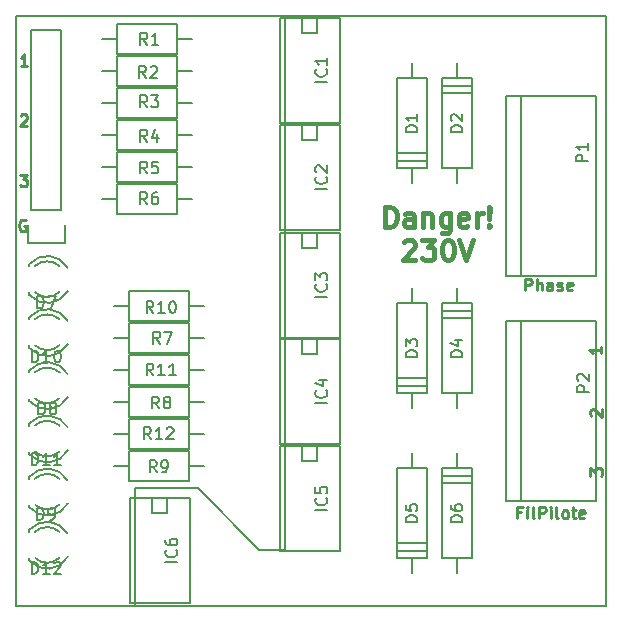
<source format=gto>
G04 #@! TF.FileFunction,Legend,Top*
%FSLAX46Y46*%
G04 Gerber Fmt 4.6, Leading zero omitted, Abs format (unit mm)*
G04 Created by KiCad (PCBNEW (2015-09-12 BZR 6188)-product) date sam. 10 oct. 2015 11:50:57 CEST*
%MOMM*%
G01*
G04 APERTURE LIST*
%ADD10C,0.800000*%
%ADD11C,0.200000*%
%ADD12C,0.250000*%
%ADD13C,0.425000*%
%ADD14C,0.150000*%
G04 APERTURE END LIST*
D10*
D11*
X37500000Y-63900000D02*
X37500000Y-73800000D01*
X42800000Y-63900000D02*
X37500000Y-63900000D01*
X48000000Y-69100000D02*
X42800000Y-63900000D01*
X50200000Y-69100000D02*
X48000000Y-69100000D01*
X50200000Y-24000000D02*
X50200000Y-69100000D01*
D12*
X28261905Y-41200000D02*
X28166667Y-41152381D01*
X28023810Y-41152381D01*
X27880952Y-41200000D01*
X27785714Y-41295238D01*
X27738095Y-41390476D01*
X27690476Y-41580952D01*
X27690476Y-41723810D01*
X27738095Y-41914286D01*
X27785714Y-42009524D01*
X27880952Y-42104762D01*
X28023810Y-42152381D01*
X28119048Y-42152381D01*
X28261905Y-42104762D01*
X28309524Y-42057143D01*
X28309524Y-41723810D01*
X28119048Y-41723810D01*
D13*
X58688096Y-41766548D02*
X58688096Y-40066548D01*
X59092858Y-40066548D01*
X59335715Y-40147500D01*
X59497620Y-40309405D01*
X59578572Y-40471310D01*
X59659524Y-40795119D01*
X59659524Y-41037976D01*
X59578572Y-41361786D01*
X59497620Y-41523690D01*
X59335715Y-41685595D01*
X59092858Y-41766548D01*
X58688096Y-41766548D01*
X61116667Y-41766548D02*
X61116667Y-40876071D01*
X61035715Y-40714167D01*
X60873810Y-40633214D01*
X60550001Y-40633214D01*
X60388096Y-40714167D01*
X61116667Y-41685595D02*
X60954763Y-41766548D01*
X60550001Y-41766548D01*
X60388096Y-41685595D01*
X60307144Y-41523690D01*
X60307144Y-41361786D01*
X60388096Y-41199881D01*
X60550001Y-41118929D01*
X60954763Y-41118929D01*
X61116667Y-41037976D01*
X61926191Y-40633214D02*
X61926191Y-41766548D01*
X61926191Y-40795119D02*
X62007143Y-40714167D01*
X62169048Y-40633214D01*
X62411905Y-40633214D01*
X62573810Y-40714167D01*
X62654762Y-40876071D01*
X62654762Y-41766548D01*
X64192857Y-40633214D02*
X64192857Y-42009405D01*
X64111905Y-42171310D01*
X64030953Y-42252262D01*
X63869048Y-42333214D01*
X63626191Y-42333214D01*
X63464286Y-42252262D01*
X64192857Y-41685595D02*
X64030953Y-41766548D01*
X63707143Y-41766548D01*
X63545238Y-41685595D01*
X63464286Y-41604643D01*
X63383334Y-41442738D01*
X63383334Y-40957024D01*
X63464286Y-40795119D01*
X63545238Y-40714167D01*
X63707143Y-40633214D01*
X64030953Y-40633214D01*
X64192857Y-40714167D01*
X65650000Y-41685595D02*
X65488095Y-41766548D01*
X65164286Y-41766548D01*
X65002381Y-41685595D01*
X64921429Y-41523690D01*
X64921429Y-40876071D01*
X65002381Y-40714167D01*
X65164286Y-40633214D01*
X65488095Y-40633214D01*
X65650000Y-40714167D01*
X65730952Y-40876071D01*
X65730952Y-41037976D01*
X64921429Y-41199881D01*
X66459524Y-41766548D02*
X66459524Y-40633214D01*
X66459524Y-40957024D02*
X66540476Y-40795119D01*
X66621429Y-40714167D01*
X66783333Y-40633214D01*
X66945238Y-40633214D01*
X67511905Y-41604643D02*
X67592857Y-41685595D01*
X67511905Y-41766548D01*
X67430953Y-41685595D01*
X67511905Y-41604643D01*
X67511905Y-41766548D01*
X67511905Y-41118929D02*
X67430953Y-40147500D01*
X67511905Y-40066548D01*
X67592857Y-40147500D01*
X67511905Y-41118929D01*
X67511905Y-40066548D01*
X60266667Y-43033452D02*
X60347619Y-42952500D01*
X60509524Y-42871548D01*
X60914286Y-42871548D01*
X61076190Y-42952500D01*
X61157143Y-43033452D01*
X61238095Y-43195357D01*
X61238095Y-43357262D01*
X61157143Y-43600119D01*
X60185714Y-44571548D01*
X61238095Y-44571548D01*
X61804762Y-42871548D02*
X62857143Y-42871548D01*
X62290476Y-43519167D01*
X62533334Y-43519167D01*
X62695238Y-43600119D01*
X62776191Y-43681071D01*
X62857143Y-43842976D01*
X62857143Y-44247738D01*
X62776191Y-44409643D01*
X62695238Y-44490595D01*
X62533334Y-44571548D01*
X62047619Y-44571548D01*
X61885715Y-44490595D01*
X61804762Y-44409643D01*
X63909524Y-42871548D02*
X64071429Y-42871548D01*
X64233334Y-42952500D01*
X64314286Y-43033452D01*
X64395239Y-43195357D01*
X64476191Y-43519167D01*
X64476191Y-43923929D01*
X64395239Y-44247738D01*
X64314286Y-44409643D01*
X64233334Y-44490595D01*
X64071429Y-44571548D01*
X63909524Y-44571548D01*
X63747620Y-44490595D01*
X63666667Y-44409643D01*
X63585715Y-44247738D01*
X63504763Y-43923929D01*
X63504763Y-43519167D01*
X63585715Y-43195357D01*
X63666667Y-43033452D01*
X63747620Y-42952500D01*
X63909524Y-42871548D01*
X64961906Y-42871548D02*
X65528572Y-44571548D01*
X66095239Y-42871548D01*
D12*
X70176191Y-65928571D02*
X69842857Y-65928571D01*
X69842857Y-66452381D02*
X69842857Y-65452381D01*
X70319048Y-65452381D01*
X70700000Y-66452381D02*
X70700000Y-65785714D01*
X70700000Y-65452381D02*
X70652381Y-65500000D01*
X70700000Y-65547619D01*
X70747619Y-65500000D01*
X70700000Y-65452381D01*
X70700000Y-65547619D01*
X71319047Y-66452381D02*
X71223809Y-66404762D01*
X71176190Y-66309524D01*
X71176190Y-65452381D01*
X71700000Y-66452381D02*
X71700000Y-65452381D01*
X72080953Y-65452381D01*
X72176191Y-65500000D01*
X72223810Y-65547619D01*
X72271429Y-65642857D01*
X72271429Y-65785714D01*
X72223810Y-65880952D01*
X72176191Y-65928571D01*
X72080953Y-65976190D01*
X71700000Y-65976190D01*
X72700000Y-66452381D02*
X72700000Y-65785714D01*
X72700000Y-65452381D02*
X72652381Y-65500000D01*
X72700000Y-65547619D01*
X72747619Y-65500000D01*
X72700000Y-65452381D01*
X72700000Y-65547619D01*
X73319047Y-66452381D02*
X73223809Y-66404762D01*
X73176190Y-66309524D01*
X73176190Y-65452381D01*
X73842857Y-66452381D02*
X73747619Y-66404762D01*
X73700000Y-66357143D01*
X73652381Y-66261905D01*
X73652381Y-65976190D01*
X73700000Y-65880952D01*
X73747619Y-65833333D01*
X73842857Y-65785714D01*
X73985715Y-65785714D01*
X74080953Y-65833333D01*
X74128572Y-65880952D01*
X74176191Y-65976190D01*
X74176191Y-66261905D01*
X74128572Y-66357143D01*
X74080953Y-66404762D01*
X73985715Y-66452381D01*
X73842857Y-66452381D01*
X74461905Y-65785714D02*
X74842857Y-65785714D01*
X74604762Y-65452381D02*
X74604762Y-66309524D01*
X74652381Y-66404762D01*
X74747619Y-66452381D01*
X74842857Y-66452381D01*
X75557144Y-66404762D02*
X75461906Y-66452381D01*
X75271429Y-66452381D01*
X75176191Y-66404762D01*
X75128572Y-66309524D01*
X75128572Y-65928571D01*
X75176191Y-65833333D01*
X75271429Y-65785714D01*
X75461906Y-65785714D01*
X75557144Y-65833333D01*
X75604763Y-65928571D01*
X75604763Y-66023810D01*
X75128572Y-66119048D01*
X76052381Y-62833333D02*
X76052381Y-62214285D01*
X76433333Y-62547619D01*
X76433333Y-62404761D01*
X76480952Y-62309523D01*
X76528571Y-62261904D01*
X76623810Y-62214285D01*
X76861905Y-62214285D01*
X76957143Y-62261904D01*
X77004762Y-62309523D01*
X77052381Y-62404761D01*
X77052381Y-62690476D01*
X77004762Y-62785714D01*
X76957143Y-62833333D01*
X76147619Y-57785714D02*
X76100000Y-57738095D01*
X76052381Y-57642857D01*
X76052381Y-57404761D01*
X76100000Y-57309523D01*
X76147619Y-57261904D01*
X76242857Y-57214285D01*
X76338095Y-57214285D01*
X76480952Y-57261904D01*
X77052381Y-57833333D01*
X77052381Y-57214285D01*
X76952381Y-51914285D02*
X76952381Y-52485714D01*
X76952381Y-52200000D02*
X75952381Y-52200000D01*
X76095238Y-52295238D01*
X76190476Y-52390476D01*
X76238095Y-52485714D01*
X70500000Y-47152381D02*
X70500000Y-46152381D01*
X70880953Y-46152381D01*
X70976191Y-46200000D01*
X71023810Y-46247619D01*
X71071429Y-46342857D01*
X71071429Y-46485714D01*
X71023810Y-46580952D01*
X70976191Y-46628571D01*
X70880953Y-46676190D01*
X70500000Y-46676190D01*
X71500000Y-47152381D02*
X71500000Y-46152381D01*
X71928572Y-47152381D02*
X71928572Y-46628571D01*
X71880953Y-46533333D01*
X71785715Y-46485714D01*
X71642857Y-46485714D01*
X71547619Y-46533333D01*
X71500000Y-46580952D01*
X72833334Y-47152381D02*
X72833334Y-46628571D01*
X72785715Y-46533333D01*
X72690477Y-46485714D01*
X72500000Y-46485714D01*
X72404762Y-46533333D01*
X72833334Y-47104762D02*
X72738096Y-47152381D01*
X72500000Y-47152381D01*
X72404762Y-47104762D01*
X72357143Y-47009524D01*
X72357143Y-46914286D01*
X72404762Y-46819048D01*
X72500000Y-46771429D01*
X72738096Y-46771429D01*
X72833334Y-46723810D01*
X73261905Y-47104762D02*
X73357143Y-47152381D01*
X73547619Y-47152381D01*
X73642858Y-47104762D01*
X73690477Y-47009524D01*
X73690477Y-46961905D01*
X73642858Y-46866667D01*
X73547619Y-46819048D01*
X73404762Y-46819048D01*
X73309524Y-46771429D01*
X73261905Y-46676190D01*
X73261905Y-46628571D01*
X73309524Y-46533333D01*
X73404762Y-46485714D01*
X73547619Y-46485714D01*
X73642858Y-46533333D01*
X74500001Y-47104762D02*
X74404763Y-47152381D01*
X74214286Y-47152381D01*
X74119048Y-47104762D01*
X74071429Y-47009524D01*
X74071429Y-46628571D01*
X74119048Y-46533333D01*
X74214286Y-46485714D01*
X74404763Y-46485714D01*
X74500001Y-46533333D01*
X74547620Y-46628571D01*
X74547620Y-46723810D01*
X74071429Y-46819048D01*
X27766667Y-37352381D02*
X28385715Y-37352381D01*
X28052381Y-37733333D01*
X28195239Y-37733333D01*
X28290477Y-37780952D01*
X28338096Y-37828571D01*
X28385715Y-37923810D01*
X28385715Y-38161905D01*
X28338096Y-38257143D01*
X28290477Y-38304762D01*
X28195239Y-38352381D01*
X27909524Y-38352381D01*
X27814286Y-38304762D01*
X27766667Y-38257143D01*
X27814286Y-32347619D02*
X27861905Y-32300000D01*
X27957143Y-32252381D01*
X28195239Y-32252381D01*
X28290477Y-32300000D01*
X28338096Y-32347619D01*
X28385715Y-32442857D01*
X28385715Y-32538095D01*
X28338096Y-32680952D01*
X27766667Y-33252381D01*
X28385715Y-33252381D01*
X28385715Y-28152381D02*
X27814286Y-28152381D01*
X28100000Y-28152381D02*
X28100000Y-27152381D01*
X28004762Y-27295238D01*
X27909524Y-27390476D01*
X27814286Y-27438095D01*
D14*
X27400000Y-23900000D02*
X77400000Y-23900000D01*
X27400000Y-73900000D02*
X27400000Y-23900000D01*
X77400000Y-73900000D02*
X27400000Y-73900000D01*
X77400000Y-23900000D02*
X77400000Y-73900000D01*
X54840000Y-24055000D02*
X54840000Y-32945000D01*
X54840000Y-32945000D02*
X49760000Y-32945000D01*
X49760000Y-32945000D02*
X49760000Y-24055000D01*
X49760000Y-24055000D02*
X54840000Y-24055000D01*
X52935000Y-24055000D02*
X52935000Y-25325000D01*
X52935000Y-25325000D02*
X51665000Y-25325000D01*
X51665000Y-25325000D02*
X51665000Y-24055000D01*
X54840000Y-33155000D02*
X54840000Y-42045000D01*
X54840000Y-42045000D02*
X49760000Y-42045000D01*
X49760000Y-42045000D02*
X49760000Y-33155000D01*
X49760000Y-33155000D02*
X54840000Y-33155000D01*
X52935000Y-33155000D02*
X52935000Y-34425000D01*
X52935000Y-34425000D02*
X51665000Y-34425000D01*
X51665000Y-34425000D02*
X51665000Y-33155000D01*
X54840000Y-42255000D02*
X54840000Y-51145000D01*
X54840000Y-51145000D02*
X49760000Y-51145000D01*
X49760000Y-51145000D02*
X49760000Y-42255000D01*
X49760000Y-42255000D02*
X54840000Y-42255000D01*
X52935000Y-42255000D02*
X52935000Y-43525000D01*
X52935000Y-43525000D02*
X51665000Y-43525000D01*
X51665000Y-43525000D02*
X51665000Y-42255000D01*
X54840000Y-51255000D02*
X54840000Y-60145000D01*
X54840000Y-60145000D02*
X49760000Y-60145000D01*
X49760000Y-60145000D02*
X49760000Y-51255000D01*
X49760000Y-51255000D02*
X54840000Y-51255000D01*
X52935000Y-51255000D02*
X52935000Y-52525000D01*
X52935000Y-52525000D02*
X51665000Y-52525000D01*
X51665000Y-52525000D02*
X51665000Y-51255000D01*
X54840000Y-60355000D02*
X54840000Y-69245000D01*
X54840000Y-69245000D02*
X49760000Y-69245000D01*
X49760000Y-69245000D02*
X49760000Y-60355000D01*
X49760000Y-60355000D02*
X54840000Y-60355000D01*
X52935000Y-60355000D02*
X52935000Y-61625000D01*
X52935000Y-61625000D02*
X51665000Y-61625000D01*
X51665000Y-61625000D02*
X51665000Y-60355000D01*
X42140000Y-64755000D02*
X42140000Y-73645000D01*
X42140000Y-73645000D02*
X37060000Y-73645000D01*
X37060000Y-73645000D02*
X37060000Y-64755000D01*
X37060000Y-64755000D02*
X42140000Y-64755000D01*
X40235000Y-64755000D02*
X40235000Y-66025000D01*
X40235000Y-66025000D02*
X38965000Y-66025000D01*
X38965000Y-66025000D02*
X38965000Y-64755000D01*
X28561000Y-47514000D02*
X28561000Y-47314000D01*
X28561000Y-44920000D02*
X28561000Y-45100000D01*
X31788744Y-45230357D02*
G75*
G03X28561000Y-44914000I-1727744J-1003643D01*
G01*
X31113006Y-45100932D02*
G75*
G03X29010000Y-45100000I-1052006J-1133068D01*
G01*
X28573780Y-47540726D02*
G75*
G03X31811000Y-47194000I1497220J1306726D01*
G01*
X29047111Y-47313253D02*
G75*
G03X31095000Y-47294000I1013889J1079253D01*
G01*
X28561000Y-56514000D02*
X28561000Y-56314000D01*
X28561000Y-53920000D02*
X28561000Y-54100000D01*
X31788744Y-54230357D02*
G75*
G03X28561000Y-53914000I-1727744J-1003643D01*
G01*
X31113006Y-54100932D02*
G75*
G03X29010000Y-54100000I-1052006J-1133068D01*
G01*
X28573780Y-56540726D02*
G75*
G03X31811000Y-56194000I1497220J1306726D01*
G01*
X29047111Y-56313253D02*
G75*
G03X31095000Y-56294000I1013889J1079253D01*
G01*
X28561000Y-65514000D02*
X28561000Y-65314000D01*
X28561000Y-62920000D02*
X28561000Y-63100000D01*
X31788744Y-63230357D02*
G75*
G03X28561000Y-62914000I-1727744J-1003643D01*
G01*
X31113006Y-63100932D02*
G75*
G03X29010000Y-63100000I-1052006J-1133068D01*
G01*
X28573780Y-65540726D02*
G75*
G03X31811000Y-65194000I1497220J1306726D01*
G01*
X29047111Y-65313253D02*
G75*
G03X31095000Y-65294000I1013889J1079253D01*
G01*
X28561000Y-52014000D02*
X28561000Y-51814000D01*
X28561000Y-49420000D02*
X28561000Y-49600000D01*
X31788744Y-49730357D02*
G75*
G03X28561000Y-49414000I-1727744J-1003643D01*
G01*
X31113006Y-49600932D02*
G75*
G03X29010000Y-49600000I-1052006J-1133068D01*
G01*
X28573780Y-52040726D02*
G75*
G03X31811000Y-51694000I1497220J1306726D01*
G01*
X29047111Y-51813253D02*
G75*
G03X31095000Y-51794000I1013889J1079253D01*
G01*
X28561000Y-61014000D02*
X28561000Y-60814000D01*
X28561000Y-58420000D02*
X28561000Y-58600000D01*
X31788744Y-58730357D02*
G75*
G03X28561000Y-58414000I-1727744J-1003643D01*
G01*
X31113006Y-58600932D02*
G75*
G03X29010000Y-58600000I-1052006J-1133068D01*
G01*
X28573780Y-61040726D02*
G75*
G03X31811000Y-60694000I1497220J1306726D01*
G01*
X29047111Y-60813253D02*
G75*
G03X31095000Y-60794000I1013889J1079253D01*
G01*
X28561000Y-70014000D02*
X28561000Y-69814000D01*
X28561000Y-67420000D02*
X28561000Y-67600000D01*
X31788744Y-67730357D02*
G75*
G03X28561000Y-67414000I-1727744J-1003643D01*
G01*
X31113006Y-67600932D02*
G75*
G03X29010000Y-67600000I-1052006J-1133068D01*
G01*
X28573780Y-70040726D02*
G75*
G03X31811000Y-69694000I1497220J1306726D01*
G01*
X29047111Y-69813253D02*
G75*
G03X31095000Y-69794000I1013889J1079253D01*
G01*
X68890000Y-49780000D02*
X76510000Y-49780000D01*
X68890000Y-65020000D02*
X76510000Y-65020000D01*
X70160000Y-49780000D02*
X70160000Y-65020000D01*
X76510000Y-49780000D02*
X76510000Y-65020000D01*
X68890000Y-49780000D02*
X68890000Y-65020000D01*
X28730000Y-40330000D02*
X28730000Y-25090000D01*
X28730000Y-25090000D02*
X31270000Y-25090000D01*
X31270000Y-25090000D02*
X31270000Y-40330000D01*
X28450000Y-43150000D02*
X28450000Y-41600000D01*
X28730000Y-40330000D02*
X31270000Y-40330000D01*
X31550000Y-41600000D02*
X31550000Y-43150000D01*
X31550000Y-43150000D02*
X28450000Y-43150000D01*
X41040000Y-27170000D02*
X35960000Y-27170000D01*
X35960000Y-27170000D02*
X35960000Y-24630000D01*
X35960000Y-24630000D02*
X41040000Y-24630000D01*
X41040000Y-24630000D02*
X41040000Y-27170000D01*
X41040000Y-25900000D02*
X42310000Y-25900000D01*
X35960000Y-25900000D02*
X34690000Y-25900000D01*
X41040000Y-29870000D02*
X35960000Y-29870000D01*
X35960000Y-29870000D02*
X35960000Y-27330000D01*
X35960000Y-27330000D02*
X41040000Y-27330000D01*
X41040000Y-27330000D02*
X41040000Y-29870000D01*
X41040000Y-28600000D02*
X42310000Y-28600000D01*
X35960000Y-28600000D02*
X34690000Y-28600000D01*
X41040000Y-32570000D02*
X35960000Y-32570000D01*
X35960000Y-32570000D02*
X35960000Y-30030000D01*
X35960000Y-30030000D02*
X41040000Y-30030000D01*
X41040000Y-30030000D02*
X41040000Y-32570000D01*
X41040000Y-31300000D02*
X42310000Y-31300000D01*
X35960000Y-31300000D02*
X34690000Y-31300000D01*
X41040000Y-35270000D02*
X35960000Y-35270000D01*
X35960000Y-35270000D02*
X35960000Y-32730000D01*
X35960000Y-32730000D02*
X41040000Y-32730000D01*
X41040000Y-32730000D02*
X41040000Y-35270000D01*
X41040000Y-34000000D02*
X42310000Y-34000000D01*
X35960000Y-34000000D02*
X34690000Y-34000000D01*
X41040000Y-37970000D02*
X35960000Y-37970000D01*
X35960000Y-37970000D02*
X35960000Y-35430000D01*
X35960000Y-35430000D02*
X41040000Y-35430000D01*
X41040000Y-35430000D02*
X41040000Y-37970000D01*
X41040000Y-36700000D02*
X42310000Y-36700000D01*
X35960000Y-36700000D02*
X34690000Y-36700000D01*
X41040000Y-40670000D02*
X35960000Y-40670000D01*
X35960000Y-40670000D02*
X35960000Y-38130000D01*
X35960000Y-38130000D02*
X41040000Y-38130000D01*
X41040000Y-38130000D02*
X41040000Y-40670000D01*
X41040000Y-39400000D02*
X42310000Y-39400000D01*
X35960000Y-39400000D02*
X34690000Y-39400000D01*
X42040000Y-52470000D02*
X36960000Y-52470000D01*
X36960000Y-52470000D02*
X36960000Y-49930000D01*
X36960000Y-49930000D02*
X42040000Y-49930000D01*
X42040000Y-49930000D02*
X42040000Y-52470000D01*
X42040000Y-51200000D02*
X43310000Y-51200000D01*
X36960000Y-51200000D02*
X35690000Y-51200000D01*
X42040000Y-57870000D02*
X36960000Y-57870000D01*
X36960000Y-57870000D02*
X36960000Y-55330000D01*
X36960000Y-55330000D02*
X42040000Y-55330000D01*
X42040000Y-55330000D02*
X42040000Y-57870000D01*
X42040000Y-56600000D02*
X43310000Y-56600000D01*
X36960000Y-56600000D02*
X35690000Y-56600000D01*
X42040000Y-63270000D02*
X36960000Y-63270000D01*
X36960000Y-63270000D02*
X36960000Y-60730000D01*
X36960000Y-60730000D02*
X42040000Y-60730000D01*
X42040000Y-60730000D02*
X42040000Y-63270000D01*
X42040000Y-62000000D02*
X43310000Y-62000000D01*
X36960000Y-62000000D02*
X35690000Y-62000000D01*
X42040000Y-49770000D02*
X36960000Y-49770000D01*
X36960000Y-49770000D02*
X36960000Y-47230000D01*
X36960000Y-47230000D02*
X42040000Y-47230000D01*
X42040000Y-47230000D02*
X42040000Y-49770000D01*
X42040000Y-48500000D02*
X43310000Y-48500000D01*
X36960000Y-48500000D02*
X35690000Y-48500000D01*
X42040000Y-55170000D02*
X36960000Y-55170000D01*
X36960000Y-55170000D02*
X36960000Y-52630000D01*
X36960000Y-52630000D02*
X42040000Y-52630000D01*
X42040000Y-52630000D02*
X42040000Y-55170000D01*
X42040000Y-53900000D02*
X43310000Y-53900000D01*
X36960000Y-53900000D02*
X35690000Y-53900000D01*
X42040000Y-60570000D02*
X36960000Y-60570000D01*
X36960000Y-60570000D02*
X36960000Y-58030000D01*
X36960000Y-58030000D02*
X42040000Y-58030000D01*
X42040000Y-58030000D02*
X42040000Y-60570000D01*
X42040000Y-59300000D02*
X43310000Y-59300000D01*
X36960000Y-59300000D02*
X35690000Y-59300000D01*
X68890000Y-30680000D02*
X76510000Y-30680000D01*
X68890000Y-45920000D02*
X76510000Y-45920000D01*
X70160000Y-30680000D02*
X70160000Y-45920000D01*
X76510000Y-30680000D02*
X76510000Y-45920000D01*
X68890000Y-30680000D02*
X68890000Y-45920000D01*
X62230000Y-29210000D02*
X62230000Y-36830000D01*
X62230000Y-36830000D02*
X59690000Y-36830000D01*
X59690000Y-36830000D02*
X59690000Y-29210000D01*
X59690000Y-29210000D02*
X62230000Y-29210000D01*
X62230000Y-36195000D02*
X59690000Y-36195000D01*
X59690000Y-35560000D02*
X62230000Y-35560000D01*
X60960000Y-29210000D02*
X60960000Y-27940000D01*
X60960000Y-36830000D02*
X60960000Y-38100000D01*
X63500000Y-36830000D02*
X63500000Y-29210000D01*
X63500000Y-29210000D02*
X66040000Y-29210000D01*
X66040000Y-29210000D02*
X66040000Y-36830000D01*
X66040000Y-36830000D02*
X63500000Y-36830000D01*
X63500000Y-29845000D02*
X66040000Y-29845000D01*
X66040000Y-30480000D02*
X63500000Y-30480000D01*
X64770000Y-36830000D02*
X64770000Y-38100000D01*
X64770000Y-29210000D02*
X64770000Y-27940000D01*
X62230000Y-48260000D02*
X62230000Y-55880000D01*
X62230000Y-55880000D02*
X59690000Y-55880000D01*
X59690000Y-55880000D02*
X59690000Y-48260000D01*
X59690000Y-48260000D02*
X62230000Y-48260000D01*
X62230000Y-55245000D02*
X59690000Y-55245000D01*
X59690000Y-54610000D02*
X62230000Y-54610000D01*
X60960000Y-48260000D02*
X60960000Y-46990000D01*
X60960000Y-55880000D02*
X60960000Y-57150000D01*
X63500000Y-55880000D02*
X63500000Y-48260000D01*
X63500000Y-48260000D02*
X66040000Y-48260000D01*
X66040000Y-48260000D02*
X66040000Y-55880000D01*
X66040000Y-55880000D02*
X63500000Y-55880000D01*
X63500000Y-48895000D02*
X66040000Y-48895000D01*
X66040000Y-49530000D02*
X63500000Y-49530000D01*
X64770000Y-55880000D02*
X64770000Y-57150000D01*
X64770000Y-48260000D02*
X64770000Y-46990000D01*
X62230000Y-62230000D02*
X62230000Y-69850000D01*
X62230000Y-69850000D02*
X59690000Y-69850000D01*
X59690000Y-69850000D02*
X59690000Y-62230000D01*
X59690000Y-62230000D02*
X62230000Y-62230000D01*
X62230000Y-69215000D02*
X59690000Y-69215000D01*
X59690000Y-68580000D02*
X62230000Y-68580000D01*
X60960000Y-62230000D02*
X60960000Y-60960000D01*
X60960000Y-69850000D02*
X60960000Y-71120000D01*
X63500000Y-69850000D02*
X63500000Y-62230000D01*
X63500000Y-62230000D02*
X66040000Y-62230000D01*
X66040000Y-62230000D02*
X66040000Y-69850000D01*
X66040000Y-69850000D02*
X63500000Y-69850000D01*
X63500000Y-62865000D02*
X66040000Y-62865000D01*
X66040000Y-63500000D02*
X63500000Y-63500000D01*
X64770000Y-69850000D02*
X64770000Y-71120000D01*
X64770000Y-62230000D02*
X64770000Y-60960000D01*
X53768381Y-29476190D02*
X52768381Y-29476190D01*
X53673143Y-28428571D02*
X53720762Y-28476190D01*
X53768381Y-28619047D01*
X53768381Y-28714285D01*
X53720762Y-28857143D01*
X53625524Y-28952381D01*
X53530286Y-29000000D01*
X53339810Y-29047619D01*
X53196952Y-29047619D01*
X53006476Y-29000000D01*
X52911238Y-28952381D01*
X52816000Y-28857143D01*
X52768381Y-28714285D01*
X52768381Y-28619047D01*
X52816000Y-28476190D01*
X52863619Y-28428571D01*
X53768381Y-27476190D02*
X53768381Y-28047619D01*
X53768381Y-27761905D02*
X52768381Y-27761905D01*
X52911238Y-27857143D01*
X53006476Y-27952381D01*
X53054095Y-28047619D01*
X53768381Y-38576190D02*
X52768381Y-38576190D01*
X53673143Y-37528571D02*
X53720762Y-37576190D01*
X53768381Y-37719047D01*
X53768381Y-37814285D01*
X53720762Y-37957143D01*
X53625524Y-38052381D01*
X53530286Y-38100000D01*
X53339810Y-38147619D01*
X53196952Y-38147619D01*
X53006476Y-38100000D01*
X52911238Y-38052381D01*
X52816000Y-37957143D01*
X52768381Y-37814285D01*
X52768381Y-37719047D01*
X52816000Y-37576190D01*
X52863619Y-37528571D01*
X52863619Y-37147619D02*
X52816000Y-37100000D01*
X52768381Y-37004762D01*
X52768381Y-36766666D01*
X52816000Y-36671428D01*
X52863619Y-36623809D01*
X52958857Y-36576190D01*
X53054095Y-36576190D01*
X53196952Y-36623809D01*
X53768381Y-37195238D01*
X53768381Y-36576190D01*
X53768381Y-47676190D02*
X52768381Y-47676190D01*
X53673143Y-46628571D02*
X53720762Y-46676190D01*
X53768381Y-46819047D01*
X53768381Y-46914285D01*
X53720762Y-47057143D01*
X53625524Y-47152381D01*
X53530286Y-47200000D01*
X53339810Y-47247619D01*
X53196952Y-47247619D01*
X53006476Y-47200000D01*
X52911238Y-47152381D01*
X52816000Y-47057143D01*
X52768381Y-46914285D01*
X52768381Y-46819047D01*
X52816000Y-46676190D01*
X52863619Y-46628571D01*
X52768381Y-46295238D02*
X52768381Y-45676190D01*
X53149333Y-46009524D01*
X53149333Y-45866666D01*
X53196952Y-45771428D01*
X53244571Y-45723809D01*
X53339810Y-45676190D01*
X53577905Y-45676190D01*
X53673143Y-45723809D01*
X53720762Y-45771428D01*
X53768381Y-45866666D01*
X53768381Y-46152381D01*
X53720762Y-46247619D01*
X53673143Y-46295238D01*
X53768381Y-56676190D02*
X52768381Y-56676190D01*
X53673143Y-55628571D02*
X53720762Y-55676190D01*
X53768381Y-55819047D01*
X53768381Y-55914285D01*
X53720762Y-56057143D01*
X53625524Y-56152381D01*
X53530286Y-56200000D01*
X53339810Y-56247619D01*
X53196952Y-56247619D01*
X53006476Y-56200000D01*
X52911238Y-56152381D01*
X52816000Y-56057143D01*
X52768381Y-55914285D01*
X52768381Y-55819047D01*
X52816000Y-55676190D01*
X52863619Y-55628571D01*
X53101714Y-54771428D02*
X53768381Y-54771428D01*
X52720762Y-55009524D02*
X53435048Y-55247619D01*
X53435048Y-54628571D01*
X53768381Y-65776190D02*
X52768381Y-65776190D01*
X53673143Y-64728571D02*
X53720762Y-64776190D01*
X53768381Y-64919047D01*
X53768381Y-65014285D01*
X53720762Y-65157143D01*
X53625524Y-65252381D01*
X53530286Y-65300000D01*
X53339810Y-65347619D01*
X53196952Y-65347619D01*
X53006476Y-65300000D01*
X52911238Y-65252381D01*
X52816000Y-65157143D01*
X52768381Y-65014285D01*
X52768381Y-64919047D01*
X52816000Y-64776190D01*
X52863619Y-64728571D01*
X52768381Y-63823809D02*
X52768381Y-64300000D01*
X53244571Y-64347619D01*
X53196952Y-64300000D01*
X53149333Y-64204762D01*
X53149333Y-63966666D01*
X53196952Y-63871428D01*
X53244571Y-63823809D01*
X53339810Y-63776190D01*
X53577905Y-63776190D01*
X53673143Y-63823809D01*
X53720762Y-63871428D01*
X53768381Y-63966666D01*
X53768381Y-64204762D01*
X53720762Y-64300000D01*
X53673143Y-64347619D01*
X41068381Y-70176190D02*
X40068381Y-70176190D01*
X40973143Y-69128571D02*
X41020762Y-69176190D01*
X41068381Y-69319047D01*
X41068381Y-69414285D01*
X41020762Y-69557143D01*
X40925524Y-69652381D01*
X40830286Y-69700000D01*
X40639810Y-69747619D01*
X40496952Y-69747619D01*
X40306476Y-69700000D01*
X40211238Y-69652381D01*
X40116000Y-69557143D01*
X40068381Y-69414285D01*
X40068381Y-69319047D01*
X40116000Y-69176190D01*
X40163619Y-69128571D01*
X40068381Y-68271428D02*
X40068381Y-68461905D01*
X40116000Y-68557143D01*
X40163619Y-68604762D01*
X40306476Y-68700000D01*
X40496952Y-68747619D01*
X40877905Y-68747619D01*
X40973143Y-68700000D01*
X41020762Y-68652381D01*
X41068381Y-68557143D01*
X41068381Y-68366666D01*
X41020762Y-68271428D01*
X40973143Y-68223809D01*
X40877905Y-68176190D01*
X40639810Y-68176190D01*
X40544571Y-68223809D01*
X40496952Y-68271428D01*
X40449333Y-68366666D01*
X40449333Y-68557143D01*
X40496952Y-68652381D01*
X40544571Y-68700000D01*
X40639810Y-68747619D01*
X29221905Y-48652381D02*
X29221905Y-47652381D01*
X29460000Y-47652381D01*
X29602858Y-47700000D01*
X29698096Y-47795238D01*
X29745715Y-47890476D01*
X29793334Y-48080952D01*
X29793334Y-48223810D01*
X29745715Y-48414286D01*
X29698096Y-48509524D01*
X29602858Y-48604762D01*
X29460000Y-48652381D01*
X29221905Y-48652381D01*
X30126667Y-47652381D02*
X30793334Y-47652381D01*
X30364762Y-48652381D01*
X29321905Y-57652381D02*
X29321905Y-56652381D01*
X29560000Y-56652381D01*
X29702858Y-56700000D01*
X29798096Y-56795238D01*
X29845715Y-56890476D01*
X29893334Y-57080952D01*
X29893334Y-57223810D01*
X29845715Y-57414286D01*
X29798096Y-57509524D01*
X29702858Y-57604762D01*
X29560000Y-57652381D01*
X29321905Y-57652381D01*
X30464762Y-57080952D02*
X30369524Y-57033333D01*
X30321905Y-56985714D01*
X30274286Y-56890476D01*
X30274286Y-56842857D01*
X30321905Y-56747619D01*
X30369524Y-56700000D01*
X30464762Y-56652381D01*
X30655239Y-56652381D01*
X30750477Y-56700000D01*
X30798096Y-56747619D01*
X30845715Y-56842857D01*
X30845715Y-56890476D01*
X30798096Y-56985714D01*
X30750477Y-57033333D01*
X30655239Y-57080952D01*
X30464762Y-57080952D01*
X30369524Y-57128571D01*
X30321905Y-57176190D01*
X30274286Y-57271429D01*
X30274286Y-57461905D01*
X30321905Y-57557143D01*
X30369524Y-57604762D01*
X30464762Y-57652381D01*
X30655239Y-57652381D01*
X30750477Y-57604762D01*
X30798096Y-57557143D01*
X30845715Y-57461905D01*
X30845715Y-57271429D01*
X30798096Y-57176190D01*
X30750477Y-57128571D01*
X30655239Y-57080952D01*
X29221905Y-66552381D02*
X29221905Y-65552381D01*
X29460000Y-65552381D01*
X29602858Y-65600000D01*
X29698096Y-65695238D01*
X29745715Y-65790476D01*
X29793334Y-65980952D01*
X29793334Y-66123810D01*
X29745715Y-66314286D01*
X29698096Y-66409524D01*
X29602858Y-66504762D01*
X29460000Y-66552381D01*
X29221905Y-66552381D01*
X30269524Y-66552381D02*
X30460000Y-66552381D01*
X30555239Y-66504762D01*
X30602858Y-66457143D01*
X30698096Y-66314286D01*
X30745715Y-66123810D01*
X30745715Y-65742857D01*
X30698096Y-65647619D01*
X30650477Y-65600000D01*
X30555239Y-65552381D01*
X30364762Y-65552381D01*
X30269524Y-65600000D01*
X30221905Y-65647619D01*
X30174286Y-65742857D01*
X30174286Y-65980952D01*
X30221905Y-66076190D01*
X30269524Y-66123810D01*
X30364762Y-66171429D01*
X30555239Y-66171429D01*
X30650477Y-66123810D01*
X30698096Y-66076190D01*
X30745715Y-65980952D01*
X28745714Y-53252381D02*
X28745714Y-52252381D01*
X28983809Y-52252381D01*
X29126667Y-52300000D01*
X29221905Y-52395238D01*
X29269524Y-52490476D01*
X29317143Y-52680952D01*
X29317143Y-52823810D01*
X29269524Y-53014286D01*
X29221905Y-53109524D01*
X29126667Y-53204762D01*
X28983809Y-53252381D01*
X28745714Y-53252381D01*
X30269524Y-53252381D02*
X29698095Y-53252381D01*
X29983809Y-53252381D02*
X29983809Y-52252381D01*
X29888571Y-52395238D01*
X29793333Y-52490476D01*
X29698095Y-52538095D01*
X30888571Y-52252381D02*
X30983810Y-52252381D01*
X31079048Y-52300000D01*
X31126667Y-52347619D01*
X31174286Y-52442857D01*
X31221905Y-52633333D01*
X31221905Y-52871429D01*
X31174286Y-53061905D01*
X31126667Y-53157143D01*
X31079048Y-53204762D01*
X30983810Y-53252381D01*
X30888571Y-53252381D01*
X30793333Y-53204762D01*
X30745714Y-53157143D01*
X30698095Y-53061905D01*
X30650476Y-52871429D01*
X30650476Y-52633333D01*
X30698095Y-52442857D01*
X30745714Y-52347619D01*
X30793333Y-52300000D01*
X30888571Y-52252381D01*
X28745714Y-61952381D02*
X28745714Y-60952381D01*
X28983809Y-60952381D01*
X29126667Y-61000000D01*
X29221905Y-61095238D01*
X29269524Y-61190476D01*
X29317143Y-61380952D01*
X29317143Y-61523810D01*
X29269524Y-61714286D01*
X29221905Y-61809524D01*
X29126667Y-61904762D01*
X28983809Y-61952381D01*
X28745714Y-61952381D01*
X30269524Y-61952381D02*
X29698095Y-61952381D01*
X29983809Y-61952381D02*
X29983809Y-60952381D01*
X29888571Y-61095238D01*
X29793333Y-61190476D01*
X29698095Y-61238095D01*
X31221905Y-61952381D02*
X30650476Y-61952381D01*
X30936190Y-61952381D02*
X30936190Y-60952381D01*
X30840952Y-61095238D01*
X30745714Y-61190476D01*
X30650476Y-61238095D01*
X28745714Y-71152381D02*
X28745714Y-70152381D01*
X28983809Y-70152381D01*
X29126667Y-70200000D01*
X29221905Y-70295238D01*
X29269524Y-70390476D01*
X29317143Y-70580952D01*
X29317143Y-70723810D01*
X29269524Y-70914286D01*
X29221905Y-71009524D01*
X29126667Y-71104762D01*
X28983809Y-71152381D01*
X28745714Y-71152381D01*
X30269524Y-71152381D02*
X29698095Y-71152381D01*
X29983809Y-71152381D02*
X29983809Y-70152381D01*
X29888571Y-70295238D01*
X29793333Y-70390476D01*
X29698095Y-70438095D01*
X30650476Y-70247619D02*
X30698095Y-70200000D01*
X30793333Y-70152381D01*
X31031429Y-70152381D01*
X31126667Y-70200000D01*
X31174286Y-70247619D01*
X31221905Y-70342857D01*
X31221905Y-70438095D01*
X31174286Y-70580952D01*
X30602857Y-71152381D01*
X31221905Y-71152381D01*
X75952381Y-55738095D02*
X74952381Y-55738095D01*
X74952381Y-55357142D01*
X75000000Y-55261904D01*
X75047619Y-55214285D01*
X75142857Y-55166666D01*
X75285714Y-55166666D01*
X75380952Y-55214285D01*
X75428571Y-55261904D01*
X75476190Y-55357142D01*
X75476190Y-55738095D01*
X75047619Y-54785714D02*
X75000000Y-54738095D01*
X74952381Y-54642857D01*
X74952381Y-54404761D01*
X75000000Y-54309523D01*
X75047619Y-54261904D01*
X75142857Y-54214285D01*
X75238095Y-54214285D01*
X75380952Y-54261904D01*
X75952381Y-54833333D01*
X75952381Y-54214285D01*
X38533334Y-26352381D02*
X38200000Y-25876190D01*
X37961905Y-26352381D02*
X37961905Y-25352381D01*
X38342858Y-25352381D01*
X38438096Y-25400000D01*
X38485715Y-25447619D01*
X38533334Y-25542857D01*
X38533334Y-25685714D01*
X38485715Y-25780952D01*
X38438096Y-25828571D01*
X38342858Y-25876190D01*
X37961905Y-25876190D01*
X39485715Y-26352381D02*
X38914286Y-26352381D01*
X39200000Y-26352381D02*
X39200000Y-25352381D01*
X39104762Y-25495238D01*
X39009524Y-25590476D01*
X38914286Y-25638095D01*
X38433334Y-29152381D02*
X38100000Y-28676190D01*
X37861905Y-29152381D02*
X37861905Y-28152381D01*
X38242858Y-28152381D01*
X38338096Y-28200000D01*
X38385715Y-28247619D01*
X38433334Y-28342857D01*
X38433334Y-28485714D01*
X38385715Y-28580952D01*
X38338096Y-28628571D01*
X38242858Y-28676190D01*
X37861905Y-28676190D01*
X38814286Y-28247619D02*
X38861905Y-28200000D01*
X38957143Y-28152381D01*
X39195239Y-28152381D01*
X39290477Y-28200000D01*
X39338096Y-28247619D01*
X39385715Y-28342857D01*
X39385715Y-28438095D01*
X39338096Y-28580952D01*
X38766667Y-29152381D01*
X39385715Y-29152381D01*
X38533334Y-31652381D02*
X38200000Y-31176190D01*
X37961905Y-31652381D02*
X37961905Y-30652381D01*
X38342858Y-30652381D01*
X38438096Y-30700000D01*
X38485715Y-30747619D01*
X38533334Y-30842857D01*
X38533334Y-30985714D01*
X38485715Y-31080952D01*
X38438096Y-31128571D01*
X38342858Y-31176190D01*
X37961905Y-31176190D01*
X38866667Y-30652381D02*
X39485715Y-30652381D01*
X39152381Y-31033333D01*
X39295239Y-31033333D01*
X39390477Y-31080952D01*
X39438096Y-31128571D01*
X39485715Y-31223810D01*
X39485715Y-31461905D01*
X39438096Y-31557143D01*
X39390477Y-31604762D01*
X39295239Y-31652381D01*
X39009524Y-31652381D01*
X38914286Y-31604762D01*
X38866667Y-31557143D01*
X38533334Y-34552381D02*
X38200000Y-34076190D01*
X37961905Y-34552381D02*
X37961905Y-33552381D01*
X38342858Y-33552381D01*
X38438096Y-33600000D01*
X38485715Y-33647619D01*
X38533334Y-33742857D01*
X38533334Y-33885714D01*
X38485715Y-33980952D01*
X38438096Y-34028571D01*
X38342858Y-34076190D01*
X37961905Y-34076190D01*
X39390477Y-33885714D02*
X39390477Y-34552381D01*
X39152381Y-33504762D02*
X38914286Y-34219048D01*
X39533334Y-34219048D01*
X38533334Y-37252381D02*
X38200000Y-36776190D01*
X37961905Y-37252381D02*
X37961905Y-36252381D01*
X38342858Y-36252381D01*
X38438096Y-36300000D01*
X38485715Y-36347619D01*
X38533334Y-36442857D01*
X38533334Y-36585714D01*
X38485715Y-36680952D01*
X38438096Y-36728571D01*
X38342858Y-36776190D01*
X37961905Y-36776190D01*
X39438096Y-36252381D02*
X38961905Y-36252381D01*
X38914286Y-36728571D01*
X38961905Y-36680952D01*
X39057143Y-36633333D01*
X39295239Y-36633333D01*
X39390477Y-36680952D01*
X39438096Y-36728571D01*
X39485715Y-36823810D01*
X39485715Y-37061905D01*
X39438096Y-37157143D01*
X39390477Y-37204762D01*
X39295239Y-37252381D01*
X39057143Y-37252381D01*
X38961905Y-37204762D01*
X38914286Y-37157143D01*
X38533334Y-39852381D02*
X38200000Y-39376190D01*
X37961905Y-39852381D02*
X37961905Y-38852381D01*
X38342858Y-38852381D01*
X38438096Y-38900000D01*
X38485715Y-38947619D01*
X38533334Y-39042857D01*
X38533334Y-39185714D01*
X38485715Y-39280952D01*
X38438096Y-39328571D01*
X38342858Y-39376190D01*
X37961905Y-39376190D01*
X39390477Y-38852381D02*
X39200000Y-38852381D01*
X39104762Y-38900000D01*
X39057143Y-38947619D01*
X38961905Y-39090476D01*
X38914286Y-39280952D01*
X38914286Y-39661905D01*
X38961905Y-39757143D01*
X39009524Y-39804762D01*
X39104762Y-39852381D01*
X39295239Y-39852381D01*
X39390477Y-39804762D01*
X39438096Y-39757143D01*
X39485715Y-39661905D01*
X39485715Y-39423810D01*
X39438096Y-39328571D01*
X39390477Y-39280952D01*
X39295239Y-39233333D01*
X39104762Y-39233333D01*
X39009524Y-39280952D01*
X38961905Y-39328571D01*
X38914286Y-39423810D01*
X39633334Y-51652381D02*
X39300000Y-51176190D01*
X39061905Y-51652381D02*
X39061905Y-50652381D01*
X39442858Y-50652381D01*
X39538096Y-50700000D01*
X39585715Y-50747619D01*
X39633334Y-50842857D01*
X39633334Y-50985714D01*
X39585715Y-51080952D01*
X39538096Y-51128571D01*
X39442858Y-51176190D01*
X39061905Y-51176190D01*
X39966667Y-50652381D02*
X40633334Y-50652381D01*
X40204762Y-51652381D01*
X39533334Y-57152381D02*
X39200000Y-56676190D01*
X38961905Y-57152381D02*
X38961905Y-56152381D01*
X39342858Y-56152381D01*
X39438096Y-56200000D01*
X39485715Y-56247619D01*
X39533334Y-56342857D01*
X39533334Y-56485714D01*
X39485715Y-56580952D01*
X39438096Y-56628571D01*
X39342858Y-56676190D01*
X38961905Y-56676190D01*
X40104762Y-56580952D02*
X40009524Y-56533333D01*
X39961905Y-56485714D01*
X39914286Y-56390476D01*
X39914286Y-56342857D01*
X39961905Y-56247619D01*
X40009524Y-56200000D01*
X40104762Y-56152381D01*
X40295239Y-56152381D01*
X40390477Y-56200000D01*
X40438096Y-56247619D01*
X40485715Y-56342857D01*
X40485715Y-56390476D01*
X40438096Y-56485714D01*
X40390477Y-56533333D01*
X40295239Y-56580952D01*
X40104762Y-56580952D01*
X40009524Y-56628571D01*
X39961905Y-56676190D01*
X39914286Y-56771429D01*
X39914286Y-56961905D01*
X39961905Y-57057143D01*
X40009524Y-57104762D01*
X40104762Y-57152381D01*
X40295239Y-57152381D01*
X40390477Y-57104762D01*
X40438096Y-57057143D01*
X40485715Y-56961905D01*
X40485715Y-56771429D01*
X40438096Y-56676190D01*
X40390477Y-56628571D01*
X40295239Y-56580952D01*
X39333334Y-62552381D02*
X39000000Y-62076190D01*
X38761905Y-62552381D02*
X38761905Y-61552381D01*
X39142858Y-61552381D01*
X39238096Y-61600000D01*
X39285715Y-61647619D01*
X39333334Y-61742857D01*
X39333334Y-61885714D01*
X39285715Y-61980952D01*
X39238096Y-62028571D01*
X39142858Y-62076190D01*
X38761905Y-62076190D01*
X39809524Y-62552381D02*
X40000000Y-62552381D01*
X40095239Y-62504762D01*
X40142858Y-62457143D01*
X40238096Y-62314286D01*
X40285715Y-62123810D01*
X40285715Y-61742857D01*
X40238096Y-61647619D01*
X40190477Y-61600000D01*
X40095239Y-61552381D01*
X39904762Y-61552381D01*
X39809524Y-61600000D01*
X39761905Y-61647619D01*
X39714286Y-61742857D01*
X39714286Y-61980952D01*
X39761905Y-62076190D01*
X39809524Y-62123810D01*
X39904762Y-62171429D01*
X40095239Y-62171429D01*
X40190477Y-62123810D01*
X40238096Y-62076190D01*
X40285715Y-61980952D01*
X39057143Y-49052381D02*
X38723809Y-48576190D01*
X38485714Y-49052381D02*
X38485714Y-48052381D01*
X38866667Y-48052381D01*
X38961905Y-48100000D01*
X39009524Y-48147619D01*
X39057143Y-48242857D01*
X39057143Y-48385714D01*
X39009524Y-48480952D01*
X38961905Y-48528571D01*
X38866667Y-48576190D01*
X38485714Y-48576190D01*
X40009524Y-49052381D02*
X39438095Y-49052381D01*
X39723809Y-49052381D02*
X39723809Y-48052381D01*
X39628571Y-48195238D01*
X39533333Y-48290476D01*
X39438095Y-48338095D01*
X40628571Y-48052381D02*
X40723810Y-48052381D01*
X40819048Y-48100000D01*
X40866667Y-48147619D01*
X40914286Y-48242857D01*
X40961905Y-48433333D01*
X40961905Y-48671429D01*
X40914286Y-48861905D01*
X40866667Y-48957143D01*
X40819048Y-49004762D01*
X40723810Y-49052381D01*
X40628571Y-49052381D01*
X40533333Y-49004762D01*
X40485714Y-48957143D01*
X40438095Y-48861905D01*
X40390476Y-48671429D01*
X40390476Y-48433333D01*
X40438095Y-48242857D01*
X40485714Y-48147619D01*
X40533333Y-48100000D01*
X40628571Y-48052381D01*
X39057143Y-54352381D02*
X38723809Y-53876190D01*
X38485714Y-54352381D02*
X38485714Y-53352381D01*
X38866667Y-53352381D01*
X38961905Y-53400000D01*
X39009524Y-53447619D01*
X39057143Y-53542857D01*
X39057143Y-53685714D01*
X39009524Y-53780952D01*
X38961905Y-53828571D01*
X38866667Y-53876190D01*
X38485714Y-53876190D01*
X40009524Y-54352381D02*
X39438095Y-54352381D01*
X39723809Y-54352381D02*
X39723809Y-53352381D01*
X39628571Y-53495238D01*
X39533333Y-53590476D01*
X39438095Y-53638095D01*
X40961905Y-54352381D02*
X40390476Y-54352381D01*
X40676190Y-54352381D02*
X40676190Y-53352381D01*
X40580952Y-53495238D01*
X40485714Y-53590476D01*
X40390476Y-53638095D01*
X38857143Y-59752381D02*
X38523809Y-59276190D01*
X38285714Y-59752381D02*
X38285714Y-58752381D01*
X38666667Y-58752381D01*
X38761905Y-58800000D01*
X38809524Y-58847619D01*
X38857143Y-58942857D01*
X38857143Y-59085714D01*
X38809524Y-59180952D01*
X38761905Y-59228571D01*
X38666667Y-59276190D01*
X38285714Y-59276190D01*
X39809524Y-59752381D02*
X39238095Y-59752381D01*
X39523809Y-59752381D02*
X39523809Y-58752381D01*
X39428571Y-58895238D01*
X39333333Y-58990476D01*
X39238095Y-59038095D01*
X40190476Y-58847619D02*
X40238095Y-58800000D01*
X40333333Y-58752381D01*
X40571429Y-58752381D01*
X40666667Y-58800000D01*
X40714286Y-58847619D01*
X40761905Y-58942857D01*
X40761905Y-59038095D01*
X40714286Y-59180952D01*
X40142857Y-59752381D01*
X40761905Y-59752381D01*
X75852381Y-36238095D02*
X74852381Y-36238095D01*
X74852381Y-35857142D01*
X74900000Y-35761904D01*
X74947619Y-35714285D01*
X75042857Y-35666666D01*
X75185714Y-35666666D01*
X75280952Y-35714285D01*
X75328571Y-35761904D01*
X75376190Y-35857142D01*
X75376190Y-36238095D01*
X75852381Y-34714285D02*
X75852381Y-35285714D01*
X75852381Y-35000000D02*
X74852381Y-35000000D01*
X74995238Y-35095238D01*
X75090476Y-35190476D01*
X75138095Y-35285714D01*
X61412381Y-33758095D02*
X60412381Y-33758095D01*
X60412381Y-33520000D01*
X60460000Y-33377142D01*
X60555238Y-33281904D01*
X60650476Y-33234285D01*
X60840952Y-33186666D01*
X60983810Y-33186666D01*
X61174286Y-33234285D01*
X61269524Y-33281904D01*
X61364762Y-33377142D01*
X61412381Y-33520000D01*
X61412381Y-33758095D01*
X61412381Y-32234285D02*
X61412381Y-32805714D01*
X61412381Y-32520000D02*
X60412381Y-32520000D01*
X60555238Y-32615238D01*
X60650476Y-32710476D01*
X60698095Y-32805714D01*
X65222381Y-33758095D02*
X64222381Y-33758095D01*
X64222381Y-33520000D01*
X64270000Y-33377142D01*
X64365238Y-33281904D01*
X64460476Y-33234285D01*
X64650952Y-33186666D01*
X64793810Y-33186666D01*
X64984286Y-33234285D01*
X65079524Y-33281904D01*
X65174762Y-33377142D01*
X65222381Y-33520000D01*
X65222381Y-33758095D01*
X64317619Y-32805714D02*
X64270000Y-32758095D01*
X64222381Y-32662857D01*
X64222381Y-32424761D01*
X64270000Y-32329523D01*
X64317619Y-32281904D01*
X64412857Y-32234285D01*
X64508095Y-32234285D01*
X64650952Y-32281904D01*
X65222381Y-32853333D01*
X65222381Y-32234285D01*
X61412381Y-52808095D02*
X60412381Y-52808095D01*
X60412381Y-52570000D01*
X60460000Y-52427142D01*
X60555238Y-52331904D01*
X60650476Y-52284285D01*
X60840952Y-52236666D01*
X60983810Y-52236666D01*
X61174286Y-52284285D01*
X61269524Y-52331904D01*
X61364762Y-52427142D01*
X61412381Y-52570000D01*
X61412381Y-52808095D01*
X60412381Y-51903333D02*
X60412381Y-51284285D01*
X60793333Y-51617619D01*
X60793333Y-51474761D01*
X60840952Y-51379523D01*
X60888571Y-51331904D01*
X60983810Y-51284285D01*
X61221905Y-51284285D01*
X61317143Y-51331904D01*
X61364762Y-51379523D01*
X61412381Y-51474761D01*
X61412381Y-51760476D01*
X61364762Y-51855714D01*
X61317143Y-51903333D01*
X65222381Y-52808095D02*
X64222381Y-52808095D01*
X64222381Y-52570000D01*
X64270000Y-52427142D01*
X64365238Y-52331904D01*
X64460476Y-52284285D01*
X64650952Y-52236666D01*
X64793810Y-52236666D01*
X64984286Y-52284285D01*
X65079524Y-52331904D01*
X65174762Y-52427142D01*
X65222381Y-52570000D01*
X65222381Y-52808095D01*
X64555714Y-51379523D02*
X65222381Y-51379523D01*
X64174762Y-51617619D02*
X64889048Y-51855714D01*
X64889048Y-51236666D01*
X61412381Y-66778095D02*
X60412381Y-66778095D01*
X60412381Y-66540000D01*
X60460000Y-66397142D01*
X60555238Y-66301904D01*
X60650476Y-66254285D01*
X60840952Y-66206666D01*
X60983810Y-66206666D01*
X61174286Y-66254285D01*
X61269524Y-66301904D01*
X61364762Y-66397142D01*
X61412381Y-66540000D01*
X61412381Y-66778095D01*
X60412381Y-65301904D02*
X60412381Y-65778095D01*
X60888571Y-65825714D01*
X60840952Y-65778095D01*
X60793333Y-65682857D01*
X60793333Y-65444761D01*
X60840952Y-65349523D01*
X60888571Y-65301904D01*
X60983810Y-65254285D01*
X61221905Y-65254285D01*
X61317143Y-65301904D01*
X61364762Y-65349523D01*
X61412381Y-65444761D01*
X61412381Y-65682857D01*
X61364762Y-65778095D01*
X61317143Y-65825714D01*
X65222381Y-66778095D02*
X64222381Y-66778095D01*
X64222381Y-66540000D01*
X64270000Y-66397142D01*
X64365238Y-66301904D01*
X64460476Y-66254285D01*
X64650952Y-66206666D01*
X64793810Y-66206666D01*
X64984286Y-66254285D01*
X65079524Y-66301904D01*
X65174762Y-66397142D01*
X65222381Y-66540000D01*
X65222381Y-66778095D01*
X64222381Y-65349523D02*
X64222381Y-65540000D01*
X64270000Y-65635238D01*
X64317619Y-65682857D01*
X64460476Y-65778095D01*
X64650952Y-65825714D01*
X65031905Y-65825714D01*
X65127143Y-65778095D01*
X65174762Y-65730476D01*
X65222381Y-65635238D01*
X65222381Y-65444761D01*
X65174762Y-65349523D01*
X65127143Y-65301904D01*
X65031905Y-65254285D01*
X64793810Y-65254285D01*
X64698571Y-65301904D01*
X64650952Y-65349523D01*
X64603333Y-65444761D01*
X64603333Y-65635238D01*
X64650952Y-65730476D01*
X64698571Y-65778095D01*
X64793810Y-65825714D01*
M02*

</source>
